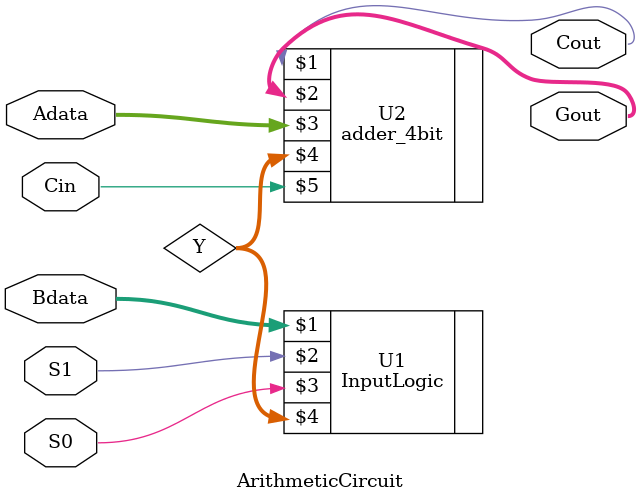
<source format=v>
module ArithmeticCircuit (Adata, Bdata, S1, S0, Cin, Gout, Cout);

input [3:0] Adata, Bdata;
input S1,S0,Cin;
output [3:0] Gout;
output Cout;

wire [3:0] Y;

InputLogic U1 (Bdata, S1, S0, Y);
adder_4bit  U2 (Cout, Gout, Adata, Y, Cin); //fbadd (Cout, S, A, B, Cin);

endmodule 
</source>
